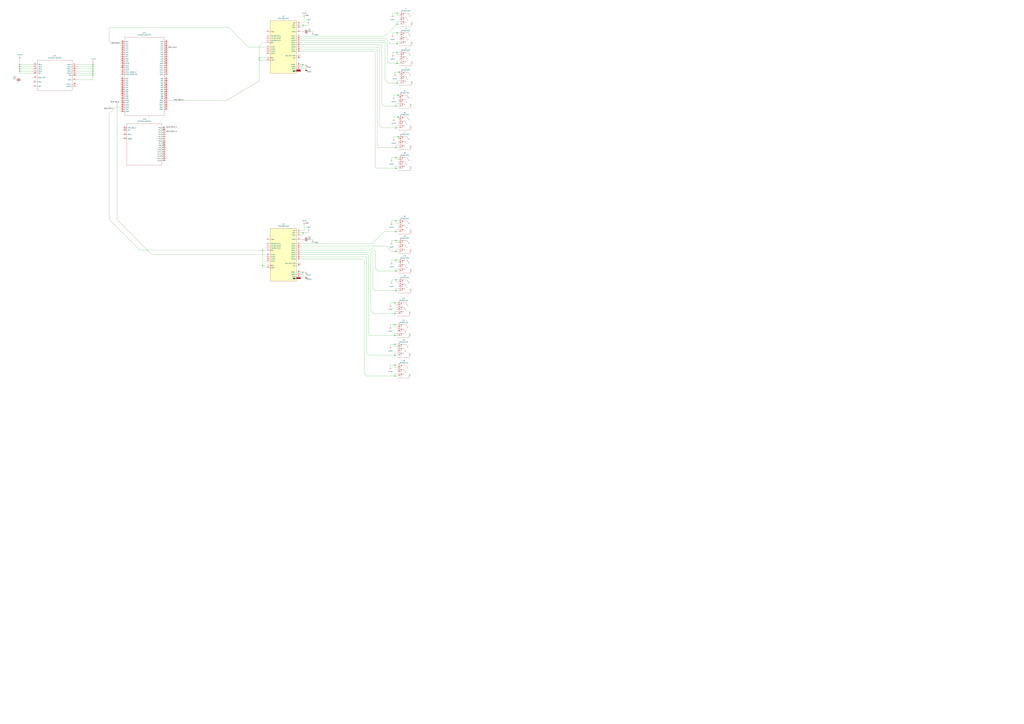
<source format=kicad_sch>
(kicad_sch (version 20250114) (generator "eeschema") (generator_version "9.0")
  (paper "A0")
  (title_block (title "SP") (rev "v1"))
  (lib_symbols
    (symbol "Device:C" (pin_numbers (hide yes)) (pin_names (offset 0.254))
      (property "Reference" "C" (at 0.635 2.54 0))
      (property "Value" "C" (at 0.635 -2.54 0))
      (symbol "C_1_1"
        (pin passive line (at 0 3.81 270) (length 2.794) (name "~") (number "1"))
        (pin passive line (at 0 -3.81 90) (length 2.794) (name "~") (number "2"))
      )
    )
    (symbol "NMJ6HCD2:NMJ6HCD2" (pin_names (offset 1.016))
      (property "Reference" "J" (at -7.6236 8.1319 0))
      (property "Value" "NMJ6HCD2" (at -7.6298 -10.1747 0))
      (symbol "NMJ6HCD2_0_0"
        (pin passive line (at 7.62 7.62 180) (length 5.08) (name "~") (number "S"))
        (pin passive line (at 7.62 5.08 180) (length 5.08) (name "~") (number "SN"))
        (pin passive line (at 7.62 2.54 180) (length 5.08) (name "~") (number "R"))
        (pin passive line (at 7.62 0 180) (length 5.08) (name "~") (number "RN"))
        (pin passive line (at 7.62 -2.54 180) (length 5.08) (name "~") (number "T"))
        (pin passive line (at 7.62 -5.08 180) (length 5.08) (name "~") (number "TN"))
      )
    )
    (symbol "PCM1681PWP:PCM1681PWP" (pin_names (offset 1.016))
      (property "Reference" "U" (at -15.24 33.02 0))
      (property "Value" "PCM1681PWP" (at -15.24 -35.56 0))
      (symbol "PCM1681PWP_0_0"
        (pin input line (at -20.32 17.78 0) (length 5.08) (name "MSEL") (number "14"))
        (pin input line (at -20.32 12.7 0) (length 5.08) (name "~{MS}/ADR/FMT1") (number "2"))
        (pin input line (at -20.32 10.16 0) (length 5.08) (name "MC/SCL/DEMP") (number "3"))
        (pin bidirectional line (at -20.32 7.62 0) (length 5.08) (name "MD/SDA/MUTE") (number "4"))
        (pin input clock (at -20.32 5.08 0) (length 5.08) (name "SCK") (number "5"))
        (pin input line (at -20.32 0 0) (length 5.08) (name "DATA1") (number "6"))
        (pin input line (at -20.32 -2.54 0) (length 5.08) (name "DATA2") (number "11"))
        (pin input line (at -20.32 -5.08 0) (length 5.08) (name "DATA3") (number "12"))
        (pin input line (at -20.32 -7.62 0) (length 5.08) (name "DATA4") (number "13"))
        (pin input clock (at -20.32 -12.7 0) (length 5.08) (name "BCK") (number "7"))
        (pin input clock (at -20.32 -15.24 0) (length 5.08) (name "LRCK") (number "8"))
        (pin power_in line (at 20.32 27.94 180) (length 5.08) (name "VDD") (number "9"))
        (pin power_in line (at 20.32 25.4 180) (length 5.08) (name "VCC1") (number "17"))
        (pin power_in line (at 20.32 22.86 180) (length 5.08) (name "VCC2") (number "23"))
        (pin output line (at 20.32 17.78 180) (length 5.08) (name "VCOM") (number "25"))
        (pin output line (at 20.32 12.7 180) (length 5.08) (name "VOUT1") (number "27"))
        (pin output line (at 20.32 10.16 180) (length 5.08) (name "VOUT2") (number "26"))
        (pin output line (at 20.32 7.62 180) (length 5.08) (name "VOUT3") (number "22"))
        (pin output line (at 20.32 5.08 180) (length 5.08) (name "VOUT4") (number "21"))
        (pin output line (at 20.32 2.54 180) (length 5.08) (name "VOUT5") (number "20"))
        (pin output line (at 20.32 0 180) (length 5.08) (name "VOUT6") (number "19"))
        (pin output line (at 20.32 -2.54 180) (length 5.08) (name "VOUT7") (number "16"))
        (pin output line (at 20.32 -5.08 180) (length 5.08) (name "VOUT8") (number "15"))
        (pin bidirectional line (at 20.32 -10.16 180) (length 5.08) (name "ZR1/ZR1/FMT0") (number "1"))
        (pin output line (at 20.32 -12.7 180) (length 5.08) (name "ZR2") (number "28"))
        (pin power_in line (at 20.32 -20.32 180) (length 5.08) (name "AGND1") (number "18"))
        (pin power_in line (at 20.32 -22.86 180) (length 5.08) (name "AGND2") (number "24"))
        (pin power_in line (at 20.32 -25.4 180) (length 5.08) (name "DGND") (number "10"))
        (pin power_in line (at 20.32 -27.94 180) (length 5.08) (name "EXP") (number "29"))
        (pin power_in line (at 20.32 -27.94 180) (length 5.08) (name "EXP") (number "29_1"))
        (pin power_in line (at 20.32 -27.94 180) (length 5.08) (name "EXP") (number "29_10"))
        (pin power_in line (at 20.32 -27.94 180) (length 5.08) (name "EXP") (number "29_11"))
        (pin power_in line (at 20.32 -27.94 180) (length 5.08) (name "EXP") (number "29_12"))
        (pin power_in line (at 20.32 -27.94 180) (length 5.08) (name "EXP") (number "29_13"))
        (pin power_in line (at 20.32 -27.94 180) (length 5.08) (name "EXP") (number "29_14"))
        (pin power_in line (at 20.32 -27.94 180) (length 5.08) (name "EXP") (number "29_15"))
        (pin power_in line (at 20.32 -27.94 180) (length 5.08) (name "EXP") (number "29_16"))
        (pin power_in line (at 20.32 -27.94 180) (length 5.08) (name "EXP") (number "29_17"))
        (pin power_in line (at 20.32 -27.94 180) (length 5.08) (name "EXP") (number "29_18"))
        (pin power_in line (at 20.32 -27.94 180) (length 5.08) (name "EXP") (number "29_19"))
        (pin power_in line (at 20.32 -27.94 180) (length 5.08) (name "EXP") (number "29_2"))
        (pin power_in line (at 20.32 -27.94 180) (length 5.08) (name "EXP") (number "29_20"))
        (pin power_in line (at 20.32 -27.94 180) (length 5.08) (name "EXP") (number "29_21"))
        (pin power_in line (at 20.32 -27.94 180) (length 5.08) (name "EXP") (number "29_3"))
        (pin power_in line (at 20.32 -27.94 180) (length 5.08) (name "EXP") (number "29_4"))
        (pin power_in line (at 20.32 -27.94 180) (length 5.08) (name "EXP") (number "29_5"))
        (pin power_in line (at 20.32 -27.94 180) (length 5.08) (name "EXP") (number "29_6"))
        (pin power_in line (at 20.32 -27.94 180) (length 5.08) (name "EXP") (number "29_7"))
        (pin power_in line (at 20.32 -27.94 180) (length 5.08) (name "EXP") (number "29_8"))
        (pin power_in line (at 20.32 -27.94 180) (length 5.08) (name "EXP") (number "29_9"))
      )
    )
    (symbol "STM32F446VET6:STM32F446VET6" (pin_names (offset 1.016))
      (property "Reference" "U" (at 25.7556 9.1186 0))
      (property "Value" "STM32F446VET6" (at 25.1206 6.5786 0))
      (symbol "STM32F446VET6_1_0"
        (pin bidirectional line (at 2.54 0 0) (length 5.08) (name "PA0") (number "23"))
        (pin bidirectional line (at 2.54 -2.54 0) (length 5.08) (name "PA1") (number "24"))
        (pin bidirectional line (at 2.54 -5.08 0) (length 5.08) (name "PA2") (number "25"))
        (pin bidirectional line (at 2.54 -7.62 0) (length 5.08) (name "PA3") (number "26"))
        (pin bidirectional line (at 2.54 -10.16 0) (length 5.08) (name "PA4") (number "29"))
        (pin bidirectional line (at 2.54 -12.7 0) (length 5.08) (name "PA5") (number "30"))
        (pin bidirectional line (at 2.54 -15.24 0) (length 5.08) (name "PA6") (number "31"))
        (pin bidirectional line (at 2.54 -17.78 0) (length 5.08) (name "PA7") (number "32"))
        (pin bidirectional line (at 2.54 -20.32 0) (length 5.08) (name "PA8") (number "67"))
        (pin bidirectional line (at 2.54 -22.86 0) (length 5.08) (name "PA9") (number "68"))
        (pin bidirectional line (at 2.54 -25.4 0) (length 5.08) (name "PA10") (number "69"))
        (pin bidirectional line (at 2.54 -27.94 0) (length 5.08) (name "PA11") (number "70"))
        (pin bidirectional line (at 2.54 -30.48 0) (length 5.08) (name "PA12") (number "71"))
        (pin bidirectional line (at 2.54 -33.02 0) (length 5.08) (name "PA13") (number "72"))
        (pin bidirectional line (at 2.54 -35.56 0) (length 5.08) (name "PA14") (number "76"))
        (pin bidirectional line (at 2.54 -38.1 0) (length 5.08) (name "PA15") (number "77"))
        (pin bidirectional line (at 2.54 -43.18 0) (length 5.08) (name "PB0") (number "35"))
        (pin bidirectional line (at 2.54 -45.72 0) (length 5.08) (name "PB1") (number "36"))
        (pin bidirectional line (at 2.54 -48.26 0) (length 5.08) (name "PB2") (number "37"))
        (pin bidirectional line (at 2.54 -50.8 0) (length 5.08) (name "PB3") (number "89"))
        (pin bidirectional line (at 2.54 -53.34 0) (length 5.08) (name "PB4") (number "90"))
        (pin bidirectional line (at 2.54 -55.88 0) (length 5.08) (name "PB5") (number "91"))
        (pin bidirectional line (at 2.54 -58.42 0) (length 5.08) (name "PB6") (number "92"))
        (pin bidirectional line (at 2.54 -60.96 0) (length 5.08) (name "PB7") (number "93"))
        (pin bidirectional line (at 2.54 -63.5 0) (length 5.08) (name "PB8") (number "95"))
        (pin bidirectional line (at 2.54 -66.04 0) (length 5.08) (name "PB9") (number "96"))
        (pin bidirectional line (at 2.54 -68.58 0) (length 5.08) (name "PB10") (number "47"))
        (pin bidirectional line (at 2.54 -71.12 0) (length 5.08) (name "PB12") (number "51"))
        (pin bidirectional line (at 2.54 -73.66 0) (length 5.08) (name "PB13") (number "52"))
        (pin bidirectional line (at 2.54 -76.2 0) (length 5.08) (name "PB14") (number "53"))
        (pin bidirectional line (at 2.54 -78.74 0) (length 5.08) (name "PB15") (number "54"))
        (pin bidirectional line (at 58.42 0 180) (length 5.08) (name "PC0") (number "15"))
        (pin bidirectional line (at 58.42 -2.54 180) (length 5.08) (name "PC1") (number "16"))
        (pin bidirectional line (at 58.42 -5.08 180) (length 5.08) (name "PC2") (number "17"))
        (pin bidirectional line (at 58.42 -7.62 180) (length 5.08) (name "PC3") (number "18"))
        (pin bidirectional line (at 58.42 -10.16 180) (length 5.08) (name "PC4") (number "33"))
        (pin bidirectional line (at 58.42 -12.7 180) (length 5.08) (name "PC5") (number "34"))
        (pin bidirectional line (at 58.42 -15.24 180) (length 5.08) (name "PC6") (number "63"))
        (pin bidirectional line (at 58.42 -17.78 180) (length 5.08) (name "PC7") (number "64"))
        (pin bidirectional line (at 58.42 -20.32 180) (length 5.08) (name "PC8") (number "65"))
        (pin bidirectional line (at 58.42 -22.86 180) (length 5.08) (name "PC9") (number "66"))
        (pin bidirectional line (at 58.42 -25.4 180) (length 5.08) (name "PC10") (number "78"))
        (pin bidirectional line (at 58.42 -27.94 180) (length 5.08) (name "PC11") (number "79"))
        (pin bidirectional line (at 58.42 -30.48 180) (length 5.08) (name "PC12") (number "80"))
        (pin bidirectional line (at 58.42 -33.02 180) (length 5.08) (name "PC13") (number "7"))
        (pin bidirectional line (at 58.42 -35.56 180) (length 5.08) (name "PC14-OSC32_IN") (number "8"))
        (pin bidirectional line (at 58.42 -38.1 180) (length 5.08) (name "PC15-OSC32_OUT") (number "9"))
        (pin bidirectional line (at 58.42 -43.18 180) (length 5.08) (name "PD0") (number "81"))
        (pin bidirectional line (at 58.42 -45.72 180) (length 5.08) (name "PD1") (number "82"))
        (pin bidirectional line (at 58.42 -48.26 180) (length 5.08) (name "PD2") (number "83"))
        (pin bidirectional line (at 58.42 -50.8 180) (length 5.08) (name "PD3") (number "84"))
        (pin bidirectional line (at 58.42 -53.34 180) (length 5.08) (name "PD4") (number "85"))
        (pin bidirectional line (at 58.42 -55.88 180) (length 5.08) (name "PD5") (number "86"))
        (pin bidirectional line (at 58.42 -58.42 180) (length 5.08) (name "PD6") (number "87"))
        (pin bidirectional line (at 58.42 -60.96 180) (length 5.08) (name "PD7") (number "88"))
        (pin bidirectional line (at 58.42 -63.5 180) (length 5.08) (name "PD8") (number "55"))
        (pin bidirectional line (at 58.42 -66.04 180) (length 5.08) (name "PD9") (number "56"))
        (pin bidirectional line (at 58.42 -68.58 180) (length 5.08) (name "PD10") (number "57"))
        (pin bidirectional line (at 58.42 -71.12 180) (length 5.08) (name "PD11") (number "58"))
        (pin bidirectional line (at 58.42 -73.66 180) (length 5.08) (name "PD12") (number "59"))
        (pin bidirectional line (at 58.42 -76.2 180) (length 5.08) (name "PD13") (number "60"))
        (pin bidirectional line (at 58.42 -78.74 180) (length 5.08) (name "PD14") (number "61"))
        (pin bidirectional line (at 58.42 -81.28 180) (length 5.08) (name "PD15") (number "62"))
      )
      (symbol "STM32F446VET6_2_0"
        (pin bidirectional line (at 2.54 0 0) (length 5.08) (name "PE0") (number "97"))
        (pin bidirectional line (at 2.54 -2.54 0) (length 5.08) (name "PE1") (number "98"))
        (pin bidirectional line (at 2.54 -5.08 0) (length 5.08) (name "PE2") (number "1"))
        (pin bidirectional line (at 2.54 -7.62 0) (length 5.08) (name "PE3") (number "2"))
        (pin bidirectional line (at 2.54 -10.16 0) (length 5.08) (name "PE4") (number "3"))
        (pin bidirectional line (at 2.54 -12.7 0) (length 5.08) (name "PE5") (number "4"))
        (pin bidirectional line (at 2.54 -15.24 0) (length 5.08) (name "PE6") (number "5"))
        (pin bidirectional line (at 2.54 -17.78 0) (length 5.08) (name "PE7") (number "38"))
        (pin bidirectional line (at 2.54 -20.32 0) (length 5.08) (name "PE8") (number "39"))
        (pin bidirectional line (at 2.54 -22.86 0) (length 5.08) (name "PE9") (number "40"))
        (pin bidirectional line (at 2.54 -25.4 0) (length 5.08) (name "PE10") (number "41"))
        (pin bidirectional line (at 2.54 -27.94 0) (length 5.08) (name "PE11") (number "42"))
        (pin bidirectional line (at 2.54 -30.48 0) (length 5.08) (name "PE12") (number "43"))
        (pin bidirectional line (at 2.54 -33.02 0) (length 5.08) (name "PE13") (number "44"))
        (pin bidirectional line (at 2.54 -35.56 0) (length 5.08) (name "PE14") (number "45"))
        (pin bidirectional line (at 2.54 -38.1 0) (length 5.08) (name "PE15") (number "46"))
        (pin bidirectional line (at 53.34 0 180) (length 5.08) (name "PH0-OSC_IN") (number "12"))
        (pin bidirectional line (at 53.34 -2.54 180) (length 5.08) (name "PH1") (number "13"))
        (pin bidirectional line (at 53.34 -7.62 180) (length 5.08) (name "NRST") (number "14"))
        (pin input line (at 53.34 -12.7 180) (length 5.08) (name "BOOT0") (number "94"))
      )
      (symbol "STM32F446VET6_3_0"
        (pin power_in line (at 2.54 0 0) (length 5.08) (name "VSS_2") (number "10"))
        (pin power_in line (at 2.54 -2.54 0) (length 5.08) (name "VSS_3") (number "27"))
        (pin power_in line (at 2.54 -5.08 0) (length 5.08) (name "VSS_4") (number "49"))
        (pin power_in line (at 2.54 -7.62 0) (length 5.08) (name "VSS_5") (number "74"))
        (pin power_in line (at 2.54 -10.16 0) (length 5.08) (name "VSS") (number "99"))
        (pin power_in line (at 2.54 -15.24 0) (length 5.08) (name "VSSA/VREF-") (number "20"))
        (pin power_in line (at 2.54 -20.32 0) (length 5.08) (name "VREF+") (number "21"))
        (pin power_in line (at 2.54 -25.4 0) (length 5.08) (name "VBAT") (number "6"))
        (pin power_in line (at 53.34 0 180) (length 5.08) (name "VDD_2") (number "11"))
        (pin power_in line (at 53.34 -2.54 180) (length 5.08) (name "VDD_3") (number "19"))
        (pin power_in line (at 53.34 -5.08 180) (length 5.08) (name "VDD_4") (number "28"))
        (pin power_in line (at 53.34 -7.62 180) (length 5.08) (name "VDD_5") (number "50"))
        (pin power_in line (at 53.34 -10.16 180) (length 5.08) (name "VDD_6") (number "75"))
        (pin power_in line (at 53.34 -12.7 180) (length 5.08) (name "VDD") (number "100"))
        (pin power_in line (at 53.34 -17.78 180) (length 5.08) (name "VDDA") (number "22"))
        (pin power_in line (at 53.34 -22.86 180) (length 5.08) (name "VCAP_1") (number "48"))
        (pin power_in line (at 53.34 -25.4 180) (length 5.08) (name "VCAP_2") (number "73"))
      )
    )
    (symbol "power:+3.3V" (power) (pin_numbers (hide yes)) (pin_names (offset 0) (hide yes))
      (property "Value" "+3.3V" (at 0 3.556 0))
      (symbol "+3.3V_1_1"
        (pin power_in line (at 0 0 90) (length 0) (name "~") (number "1"))
      )
    )
    (symbol "power:+3.3VA" (power) (pin_numbers (hide yes)) (pin_names (offset 0) (hide yes))
      (property "Value" "+3.3VA" (at 0 3.556 0))
      (symbol "+3.3VA_1_1"
        (pin power_in line (at 0 0 90) (length 0) (name "~") (number "1"))
      )
    )
    (symbol "power:+5VA" (power) (pin_numbers (hide yes)) (pin_names (offset 0) (hide yes))
      (property "Value" "+5VA" (at 0 3.556 0))
      (symbol "+5VA_1_1"
        (pin power_in line (at 0 0 90) (length 0) (name "~") (number "1"))
      )
    )
    (symbol "power:Earth" (power) (pin_numbers (hide yes)) (pin_names (offset 0) (hide yes))
      (property "Value" "Earth" (at 0 -3.81 0))
      (symbol "Earth_1_1"
        (pin power_in line (at 0 0 270) (length 0) (name "~") (number "1"))
      )
    )
    (symbol "power:GNDA" (power) (pin_numbers (hide yes)) (pin_names (offset 0) (hide yes))
      (property "Value" "GNDA" (at 0 -3.81 0))
      (symbol "GNDA_1_1"
        (pin power_in line (at 0 0 270) (length 0) (name "~") (number "1"))
      )
    )
    (symbol "power:GNDD" (power) (pin_numbers (hide yes)) (pin_names (offset 0) (hide yes))
      (property "Value" "GNDD" (at 0 -3.175 0))
      (symbol "GNDD_1_1"
        (pin power_in line (at 0 0 270) (length 0) (name "~") (number "1"))
      )
    )
  )
  (junction (at 22.86 82.55))
  (junction (at 300.99 69.85))
  (junction (at 458.47 364.49))
  (junction (at 107.95 85.09))
  (junction (at 459.74 302.26))
  (junction (at 461.01 15.24))
  (junction (at 462.28 158.75))
  (junction (at 351.79 270.51))
  (junction (at 459.74 182.88))
  (junction (at 458.47 424.18))
  (junction (at 462.28 135.89))
  (junction (at 461.01 38.1))
  (junction (at 459.74 325.12))
  (junction (at 459.74 314.96))
  (junction (at 459.74 279.4))
  (junction (at 461.01 50.8))
  (junction (at 107.95 82.55))
  (junction (at 351.79 29.21))
  (junction (at 458.47 351.79))
  (junction (at 458.47 412.75))
  (junction (at 461.01 73.66))
  (junction (at 300.99 67.31))
  (junction (at 304.8 290.83))
  (junction (at 459.74 337.82))
  (junction (at 459.74 195.58))
  (junction (at 461.01 60.96))
  (junction (at 107.95 80.01))
  (junction (at 459.74 171.45))
  (junction (at 304.8 308.61))
  (junction (at 458.47 436.88))
  (junction (at 107.95 77.47))
  (junction (at 458.47 389.89))
  (junction (at 459.74 292.1))
  (junction (at 459.74 148.59))
  (junction (at 22.86 74.93))
  (junction (at 462.28 110.49))
  (junction (at 107.95 74.93))
  (junction (at 458.47 400.05))
  (junction (at 463.55 83.82))
  (junction (at 107.95 87.63))
  (junction (at 22.86 77.47))
  (junction (at 461.01 96.52))
  (junction (at 458.47 377.19))
  (junction (at 22.86 80.01))
  (junction (at 459.74 123.19))
  (junction (at 351.79 316.23))
  (junction (at 459.74 269.24))
  (junction (at 459.74 256.54))
  (junction (at 461.01 27.94))
  (junction (at 351.79 74.93))
  (wire (pts (xy 425.45 410.21) (xy 427.99 412.75)))
  (wire (pts (xy 459.74 256.54) (xy 462.28 256.54)))
  (wire (pts (xy 454.66 302.26) (xy 454.66 304.8)))
  (wire (pts (xy 453.39 50.8) (xy 461.01 50.8)))
  (wire (pts (xy 135.89 120.65) (xy 135.89 255.27)))
  (wire (pts (xy 135.89 255.27) (xy 176.53 295.91)))
  (wire (pts (xy 459.74 168.91) (xy 462.28 168.91)))
  (wire (pts (xy 455.93 15.24) (xy 461.01 15.24)))
  (wire (pts (xy 439.42 314.96) (xy 459.74 314.96)))
  (wire (pts (xy 162.56 290.83) (xy 304.8 290.83)))
  (wire (pts (xy 458.47 434.34) (xy 461.01 434.34)))
  (wire (pts (xy 445.77 49.53) (xy 447.04 50.8)))
  (wire (pts (xy 459.74 335.28) (xy 462.28 335.28)))
  (wire (pts (xy 427.99 297.18) (xy 427.99 388.62)))
  (wire (pts (xy 127 33.02) (xy 127 48.26)))
  (wire (pts (xy 454.66 279.4) (xy 454.66 281.94)))
  (wire (pts (xy 461.01 73.66) (xy 463.55 73.66)))
  (wire (pts (xy 457.2 158.75) (xy 462.28 158.75)))
  (wire (pts (xy 458.47 83.82) (xy 458.47 86.36)))
  (wire (pts (xy 461.01 93.98) (xy 461.01 96.52)))
  (wire (pts (xy 434.34 364.49) (xy 458.47 364.49)))
  (wire (pts (xy 349.25 316.23) (xy 351.79 316.23)))
  (wire (pts (xy 88.9 85.09) (xy 107.95 85.09)))
  (wire (pts (xy 349.25 49.53) (xy 445.77 49.53)))
  (wire (pts (xy 127 255.27) (xy 127 132.08)))
  (wire (pts (xy 458.47 424.18) (xy 458.47 426.72)))
  (wire (pts (xy 459.74 120.65) (xy 462.28 120.65)))
  (wire (pts (xy 422.91 434.34) (xy 425.45 436.88)))
  (wire (pts (xy 461.01 27.94) (xy 463.55 27.94)))
  (wire (pts (xy 439.42 171.45) (xy 459.74 171.45)))
  (wire (pts (xy 461.01 60.96) (xy 463.55 60.96)))
  (wire (pts (xy 459.74 146.05) (xy 462.28 146.05)))
  (wire (pts (xy 22.86 77.47) (xy 38.1 77.47)))
  (wire (pts (xy 176.53 295.91) (xy 308.61 295.91)))
  (wire (pts (xy 433.07 293.37) (xy 433.07 335.28)))
  (wire (pts (xy 22.86 82.55) (xy 22.86 85.09)))
  (wire (pts (xy 440.69 146.05) (xy 443.23 148.59)))
  (wire (pts (xy 458.47 400.05) (xy 458.47 402.59)))
  (wire (pts (xy 458.47 410.21) (xy 461.01 410.21)))
  (wire (pts (xy 436.88 195.58) (xy 459.74 195.58)))
  (wire (pts (xy 459.74 256.54) (xy 459.74 259.08)))
  (wire (pts (xy 429.26 389.89) (xy 458.47 389.89)))
  (wire (pts (xy 349.25 26.67) (xy 353.06 26.67)))
  (wire (pts (xy 349.25 36.83) (xy 351.79 36.83)))
  (wire (pts (xy 107.95 80.01) (xy 107.95 82.55)))
  (wire (pts (xy 454.66 302.26) (xy 459.74 302.26)))
  (wire (pts (xy 458.47 377.19) (xy 461.01 377.19)))
  (wire (pts (xy 461.01 71.12) (xy 463.55 71.12)))
  (wire (pts (xy 349.25 52.07) (xy 441.96 52.07)))
  (wire (pts (xy 454.66 256.54) (xy 459.74 256.54)))
  (wire (pts (xy 22.86 82.55) (xy 38.1 82.55)))
  (wire (pts (xy 262.89 116.84) (xy 300.99 93.98)))
  (wire (pts (xy 459.74 335.28) (xy 459.74 337.82)))
  (wire (pts (xy 453.39 424.18) (xy 453.39 426.72)))
  (wire (pts (xy 447.04 50.8) (xy 447.04 92.71)))
  (wire (pts (xy 88.9 82.55) (xy 107.95 82.55)))
  (wire (pts (xy 433.07 335.28) (xy 435.61 337.82)))
  (wire (pts (xy 22.86 74.93) (xy 38.1 74.93)))
  (wire (pts (xy 438.15 58.42) (xy 438.15 170.18)))
  (wire (pts (xy 458.47 389.89) (xy 461.01 389.89)))
  (wire (pts (xy 358.14 27.94) (xy 358.14 29.21)))
  (wire (pts (xy 458.47 387.35) (xy 461.01 387.35)))
  (wire (pts (xy 455.93 38.1) (xy 461.01 38.1)))
  (wire (pts (xy 127 33.02) (xy 128.27 31.75)))
  (wire (pts (xy 458.47 83.82) (xy 463.55 83.82)))
  (wire (pts (xy 349.25 285.75) (xy 448.31 285.75)))
  (wire (pts (xy 430.53 360.68) (xy 434.34 364.49)))
  (wire (pts (xy 425.45 436.88) (xy 458.47 436.88)))
  (wire (pts (xy 453.39 351.79) (xy 453.39 354.33)))
  (wire (pts (xy 459.74 302.26) (xy 459.74 304.8)))
  (wire (pts (xy 22.86 74.93) (xy 22.86 77.47)))
  (wire (pts (xy 349.25 77.47) (xy 351.79 77.47)))
  (wire (pts (xy 447.04 44.45) (xy 453.39 50.8)))
  (wire (pts (xy 430.53 294.64) (xy 430.53 360.68)))
  (wire (pts (xy 304.8 290.83) (xy 304.8 308.61)))
  (wire (pts (xy 88.9 74.93) (xy 107.95 74.93)))
  (wire (pts (xy 454.66 182.88) (xy 454.66 185.42)))
  (wire (pts (xy 459.74 325.12) (xy 462.28 325.12)))
  (wire (pts (xy 458.47 361.95) (xy 458.47 364.49)))
  (wire (pts (xy 454.66 292.1) (xy 459.74 292.1)))
  (wire (pts (xy 459.74 304.8) (xy 462.28 304.8)))
  (wire (pts (xy 304.8 49.53) (xy 308.61 49.53)))
  (wire (pts (xy 22.86 77.47) (xy 22.86 80.01)))
  (wire (pts (xy 435.61 292.1) (xy 435.61 311.15)))
  (wire (pts (xy 453.39 351.79) (xy 458.47 351.79)))
  (wire (pts (xy 430.53 290.83) (xy 433.07 293.37)))
  (wire (pts (xy 443.23 148.59) (xy 459.74 148.59)))
  (wire (pts (xy 459.74 292.1) (xy 462.28 292.1)))
  (wire (pts (xy 461.01 40.64) (xy 463.55 40.64)))
  (wire (pts (xy 449.58 50.8) (xy 449.58 71.12)))
  (wire (pts (xy 461.01 15.24) (xy 461.01 17.78)))
  (wire (pts (xy 107.95 85.09) (xy 107.95 87.63)))
  (wire (pts (xy 458.47 424.18) (xy 461.01 424.18)))
  (wire (pts (xy 458.47 426.72) (xy 461.01 426.72)))
  (wire (pts (xy 454.66 182.88) (xy 459.74 182.88)))
  (wire (pts (xy 459.74 269.24) (xy 462.28 269.24)))
  (wire (pts (xy 139.7 50.8) (xy 129.54 50.8)))
  (wire (pts (xy 363.22 36.83) (xy 363.22 38.1)))
  (wire (pts (xy 453.39 377.19) (xy 453.39 379.73)))
  (wire (pts (xy 424.18 298.45) (xy 425.45 299.72)))
  (wire (pts (xy 349.25 278.13) (xy 351.79 278.13)))
  (wire (pts (xy 349.25 46.99) (xy 445.77 46.99)))
  (wire (pts (xy 351.79 316.23) (xy 351.79 318.77)))
  (wire (pts (xy 434.34 59.69) (xy 435.61 60.96)))
  (wire (pts (xy 304.8 290.83) (xy 308.61 290.83)))
  (wire (pts (xy 195.58 116.84) (xy 262.89 116.84)))
  (wire (pts (xy 461.01 15.24) (xy 463.55 15.24)))
  (wire (pts (xy 304.8 308.61) (xy 304.8 311.15)))
  (wire (pts (xy 462.28 158.75) (xy 462.28 161.29)))
  (wire (pts (xy 457.2 110.49) (xy 457.2 113.03)))
  (wire (pts (xy 459.74 182.88) (xy 459.74 185.42)))
  (wire (pts (xy 288.29 54.61) (xy 308.61 54.61)))
  (wire (pts (xy 440.69 55.88) (xy 440.69 146.05)))
  (wire (pts (xy 454.66 325.12) (xy 459.74 325.12)))
  (wire (pts (xy 349.25 80.01) (xy 355.6 80.01)))
  (wire (pts (xy 349.25 298.45) (xy 424.18 298.45)))
  (wire (pts (xy 304.8 311.15) (xy 308.61 311.15)))
  (wire (pts (xy 458.47 400.05) (xy 461.01 400.05)))
  (wire (pts (xy 349.25 54.61) (xy 439.42 54.61)))
  (wire (pts (xy 129.54 50.8) (xy 127 48.26)))
  (wire (pts (xy 359.41 36.83) (xy 363.22 36.83)))
  (wire (pts (xy 459.74 279.4) (xy 459.74 281.94)))
  (wire (pts (xy 107.95 87.63) (xy 107.95 92.71)))
  (wire (pts (xy 300.99 67.31) (xy 308.61 67.31)))
  (wire (pts (xy 459.74 312.42) (xy 462.28 312.42)))
  (wire (pts (xy 458.47 354.33) (xy 461.01 354.33)))
  (wire (pts (xy 445.77 46.99) (xy 449.58 50.8)))
  (wire (pts (xy 459.74 281.94) (xy 462.28 281.94)))
  (wire (pts (xy 107.95 82.55) (xy 107.95 85.09)))
  (wire (pts (xy 461.01 93.98) (xy 463.55 93.98)))
  (wire (pts (xy 349.25 300.99) (xy 421.64 300.99)))
  (wire (pts (xy 349.25 59.69) (xy 434.34 59.69)))
  (wire (pts (xy 421.64 300.99) (xy 422.91 302.26)))
  (wire (pts (xy 88.9 77.47) (xy 107.95 77.47)))
  (wire (pts (xy 463.55 83.82) (xy 463.55 86.36)))
  (wire (pts (xy 134.62 124.46) (xy 139.7 124.46)))
  (wire (pts (xy 427.99 412.75) (xy 458.47 412.75)))
  (wire (pts (xy 353.06 20.32) (xy 353.06 26.67)))
  (wire (pts (xy 435.61 194.31) (xy 436.88 195.58)))
  (wire (pts (xy 351.79 270.51) (xy 358.14 270.51)))
  (wire (pts (xy 459.74 259.08) (xy 462.28 259.08)))
  (wire (pts (xy 457.2 135.89) (xy 457.2 138.43)))
  (wire (pts (xy 453.39 400.05) (xy 458.47 400.05)))
  (wire (pts (xy 349.25 293.37) (xy 429.26 293.37)))
  (wire (pts (xy 429.26 293.37) (xy 430.53 294.64)))
  (wire (pts (xy 351.79 270.51) (xy 351.79 273.05)))
  (wire (pts (xy 431.8 283.21) (xy 445.77 269.24)))
  (wire (pts (xy 458.47 410.21) (xy 458.47 412.75)))
  (wire (pts (xy 459.74 312.42) (xy 459.74 314.96)))
  (wire (pts (xy 447.04 41.91) (xy 461.01 27.94)))
  (wire (pts (xy 300.99 67.31) (xy 300.99 53.34)))
  (wire (pts (xy 452.12 73.66) (xy 461.01 73.66)))
  (wire (pts (xy 458.47 364.49) (xy 461.01 364.49)))
  (wire (pts (xy 351.79 316.23) (xy 355.6 316.23)))
  (wire (pts (xy 88.9 92.71) (xy 107.95 92.71)))
  (wire (pts (xy 461.01 96.52) (xy 463.55 96.52)))
  (wire (pts (xy 459.74 146.05) (xy 459.74 148.59)))
  (wire (pts (xy 351.79 74.93) (xy 351.79 77.47)))
  (wire (pts (xy 88.9 87.63) (xy 107.95 87.63)))
  (wire (pts (xy 137.16 119.38) (xy 135.89 120.65)))
  (wire (pts (xy 462.28 135.89) (xy 462.28 138.43)))
  (wire (pts (xy 459.74 302.26) (xy 462.28 302.26)))
  (wire (pts (xy 349.25 29.21) (xy 351.79 29.21)))
  (wire (pts (xy 300.99 53.34) (xy 304.8 49.53)))
  (wire (pts (xy 448.31 285.75) (xy 454.66 292.1)))
  (wire (pts (xy 447.04 92.71) (xy 450.85 96.52)))
  (wire (pts (xy 441.96 52.07) (xy 443.23 53.34)))
  (wire (pts (xy 459.74 193.04) (xy 459.74 195.58)))
  (wire (pts (xy 459.74 314.96) (xy 462.28 314.96)))
  (wire (pts (xy 438.15 170.18) (xy 439.42 171.45)))
  (wire (pts (xy 349.25 41.91) (xy 447.04 41.91)))
  (wire (pts (xy 461.01 25.4) (xy 463.55 25.4)))
  (wire (pts (xy 349.25 31.75) (xy 351.79 31.75)))
  (wire (pts (xy 458.47 351.79) (xy 461.01 351.79)))
  (wire (pts (xy 459.74 195.58) (xy 462.28 195.58)))
  (wire (pts (xy 349.25 321.31) (xy 355.6 321.31)))
  (wire (pts (xy 459.74 120.65) (xy 459.74 123.19)))
  (wire (pts (xy 349.25 295.91) (xy 426.72 295.91)))
  (wire (pts (xy 351.79 29.21) (xy 351.79 31.75)))
  (wire (pts (xy 461.01 71.12) (xy 461.01 73.66)))
  (wire (pts (xy 22.86 68.58) (xy 22.86 74.93)))
  (wire (pts (xy 459.74 289.56) (xy 462.28 289.56)))
  (wire (pts (xy 22.86 85.09) (xy 38.1 85.09)))
  (wire (pts (xy 435.61 337.82) (xy 459.74 337.82)))
  (wire (pts (xy 458.47 379.73) (xy 461.01 379.73)))
  (wire (pts (xy 88.9 80.01) (xy 107.95 80.01)))
  (wire (pts (xy 443.23 120.65) (xy 445.77 123.19)))
  (wire (pts (xy 427.99 388.62) (xy 429.26 389.89)))
  (wire (pts (xy 431.8 288.29) (xy 435.61 292.1)))
  (wire (pts (xy 349.25 270.51) (xy 351.79 270.51)))
  (wire (pts (xy 458.47 377.19) (xy 458.47 379.73)))
  (wire (pts (xy 351.79 29.21) (xy 358.14 29.21)))
  (wire (pts (xy 436.88 57.15) (xy 438.15 58.42)))
  (wire (pts (xy 461.01 63.5) (xy 463.55 63.5)))
  (wire (pts (xy 300.99 69.85) (xy 300.99 67.31)))
  (wire (pts (xy 457.2 110.49) (xy 462.28 110.49)))
  (wire (pts (xy 349.25 283.21) (xy 431.8 283.21)))
  (wire (pts (xy 351.79 74.93) (xy 355.6 74.93)))
  (wire (pts (xy 459.74 266.7) (xy 459.74 269.24)))
  (wire (pts (xy 459.74 266.7) (xy 462.28 266.7)))
  (wire (pts (xy 435.61 60.96) (xy 435.61 194.31)))
  (wire (pts (xy 457.2 158.75) (xy 457.2 161.29)))
  (wire (pts (xy 349.25 74.93) (xy 351.79 74.93)))
  (wire (pts (xy 458.47 434.34) (xy 458.47 436.88)))
  (wire (pts (xy 265.43 31.75) (xy 288.29 54.61)))
  (wire (pts (xy 445.77 269.24) (xy 459.74 269.24)))
  (wire (pts (xy 162.56 290.83) (xy 127 255.27)))
  (wire (pts (xy 459.74 279.4) (xy 462.28 279.4)))
  (wire (pts (xy 461.01 50.8) (xy 463.55 50.8)))
  (wire (pts (xy 458.47 436.88) (xy 461.01 436.88)))
  (wire (pts (xy 454.66 256.54) (xy 454.66 259.08)))
  (wire (pts (xy 455.93 15.24) (xy 455.93 17.78)))
  (wire (pts (xy 461.01 25.4) (xy 461.01 27.94)))
  (wire (pts (xy 454.66 279.4) (xy 459.74 279.4)))
  (wire (pts (xy 459.74 168.91) (xy 459.74 171.45)))
  (wire (pts (xy 435.61 311.15) (xy 439.42 314.96)))
  (wire (pts (xy 453.39 400.05) (xy 453.39 402.59)))
  (wire (pts (xy 453.39 424.18) (xy 458.47 424.18)))
  (wire (pts (xy 107.95 77.47) (xy 107.95 80.01)))
  (wire (pts (xy 459.74 327.66) (xy 462.28 327.66)))
  (wire (pts (xy 349.25 267.97) (xy 353.06 267.97)))
  (wire (pts (xy 439.42 54.61) (xy 440.69 55.88)))
  (wire (pts (xy 443.23 53.34) (xy 443.23 120.65)))
  (wire (pts (xy 459.74 171.45) (xy 462.28 171.45)))
  (wire (pts (xy 461.01 60.96) (xy 461.01 63.5)))
  (wire (pts (xy 300.99 93.98) (xy 300.99 69.85)))
  (wire (pts (xy 349.25 290.83) (xy 430.53 290.83)))
  (wire (pts (xy 461.01 48.26) (xy 463.55 48.26)))
  (wire (pts (xy 459.74 185.42) (xy 462.28 185.42)))
  (wire (pts (xy 22.86 80.01) (xy 38.1 80.01)))
  (wire (pts (xy 458.47 361.95) (xy 461.01 361.95)))
  (wire (pts (xy 454.66 325.12) (xy 454.66 327.66)))
  (wire (pts (xy 426.72 295.91) (xy 427.99 297.18)))
  (wire (pts (xy 455.93 60.96) (xy 455.93 63.5)))
  (wire (pts (xy 353.06 261.62) (xy 353.06 267.97)))
  (wire (pts (xy 453.39 377.19) (xy 458.47 377.19)))
  (wire (pts (xy 128.27 31.75) (xy 265.43 31.75)))
  (wire (pts (xy 127 132.08) (xy 134.62 124.46)))
  (wire (pts (xy 107.95 73.66) (xy 107.95 74.93)))
  (wire (pts (xy 458.47 402.59) (xy 461.01 402.59)))
  (wire (pts (xy 358.14 269.24) (xy 358.14 270.51)))
  (wire (pts (xy 349.25 288.29) (xy 431.8 288.29)))
  (wire (pts (xy 458.47 412.75) (xy 461.01 412.75)))
  (wire (pts (xy 425.45 299.72) (xy 425.45 410.21)))
  (wire (pts (xy 107.95 74.93) (xy 107.95 77.47)))
  (wire (pts (xy 459.74 148.59) (xy 462.28 148.59)))
  (wire (pts (xy 349.25 318.77) (xy 351.79 318.77)))
  (wire (pts (xy 459.74 289.56) (xy 459.74 292.1)))
  (wire (pts (xy 461.01 17.78) (xy 463.55 17.78)))
  (wire (pts (xy 459.74 193.04) (xy 462.28 193.04)))
  (wire (pts (xy 459.74 337.82) (xy 462.28 337.82)))
  (wire (pts (xy 461.01 38.1) (xy 461.01 40.64)))
  (wire (pts (xy 459.74 123.19) (xy 462.28 123.19)))
  (wire (pts (xy 455.93 60.96) (xy 461.01 60.96)))
  (wire (pts (xy 22.86 80.01) (xy 22.86 82.55)))
  (wire (pts (xy 461.01 48.26) (xy 461.01 50.8)))
  (wire (pts (xy 461.01 38.1) (xy 463.55 38.1)))
  (wire (pts (xy 458.47 351.79) (xy 458.47 354.33)))
  (wire (pts (xy 445.77 123.19) (xy 459.74 123.19)))
  (wire (pts (xy 462.28 110.49) (xy 462.28 113.03)))
  (wire (pts (xy 304.8 308.61) (xy 308.61 308.61)))
  (wire (pts (xy 422.91 302.26) (xy 422.91 434.34)))
  (wire (pts (xy 349.25 44.45) (xy 447.04 44.45)))
  (wire (pts (xy 450.85 96.52) (xy 461.01 96.52)))
  (wire (pts (xy 349.25 273.05) (xy 351.79 273.05)))
  (wire (pts (xy 363.22 278.13) (xy 363.22 279.4)))
  (wire (pts (xy 455.93 38.1) (xy 455.93 40.64)))
  (wire (pts (xy 458.47 387.35) (xy 458.47 389.89)))
  (wire (pts (xy 349.25 57.15) (xy 436.88 57.15)))
  (wire (pts (xy 459.74 325.12) (xy 459.74 327.66)))
  (wire (pts (xy 457.2 135.89) (xy 462.28 135.89)))
  (wire (pts (xy 459.74 182.88) (xy 462.28 182.88)))
  (wire (pts (xy 449.58 71.12) (xy 452.12 73.66)))
  (wire (pts (xy 359.41 278.13) (xy 363.22 278.13)))
  (wire (pts (xy 300.99 69.85) (xy 308.61 69.85)))
  (wire (pts (xy 139.7 119.38) (xy 137.16 119.38)))
  (label "SAI2_SD_A" (at 128.27 119.38 0))
  (label "SAI1_FS_A" (at 195.58 55.88 0))
  (label "SAI2_MCLK_A" (at 193.04 148.59 0))
  (label "VDD" (at 354.33 260.35 0))
  (label "SAI1_SD_A" (at 129.54 50.8 0))
  (label "SAI2_SCK_A" (at 120.65 127 0))
  (label "SAI1_MCLK_A" (at 193.04 153.67 0))
  (label "VDD" (at 354.33 19.05 0))
  (label "SAI1_SCK_A" (at 201.93 116.84 0))
  (symbol (lib_id "NMJ6HCD2:NMJ6HCD2") (at 471.17 68.58 0) (mirror y) (unit 1)
    (property "Reference" "J3" (at 471.17 55.88 0))
    (property "Value" "NMJ6HCD2" (at 471.17 58.42 0))
    (property "Footprint" "NMJ6HCD2:NEUTRIK_NMJ6HCD2" (effects (hide yes)))
    (property "MF" "Neutrik" (effects (hide yes)))
    (property "MAXIMUM_PACKAGE_HEIGHT" "15.67 mm" (effects (hide yes)))
    (property "Package" "None" (effects (hide yes)))
    (property "Price" "None" (effects (hide yes)))
    (property "Check_prices" "https://www.snapeda.com/parts/NMJ6HCD2/Neutrik/view-part/?ref=eda" (effects (hide yes)))
    (property "STANDARD" "Manufacturer Recommendations" (effects (hide yes)))
    (property "PARTREV" "26.02.2021" (effects (hide yes)))
    (property "SnapEDA_Link" "https://www.snapeda.com/parts/NMJ6HCD2/Neutrik/view-part/?ref=snap" (effects (hide yes)))
    (property "MP" "NMJ6HCD2" (effects (hide yes)))
    (property "Description_1" "1/4 stereo jack, switched, with chrome ferrule and straight PCB pins, mounting nut included" (effects (hide yes)))
    (property "MANUFACTURER" "Neutrik" (effects (hide yes)))
    (property "Availability" "In Stock" (effects (hide yes)))
    (property "SNAPEDA_PN" "NMJ6HCD2" (effects (hide yes)))
  )
  (symbol (lib_id "power:+5VA") (at 358.14 27.94 0) (unit 1)
    (property "Reference" "#PWR020" (effects (hide yes)))
    (property "Value" "+5VA" (at 358.14 22.86 0))
    (property "Description" "Power symbol creates a global label with name \"+5VA\"" (effects (hide yes)))
  )
  (symbol (lib_id "NMJ6HCD2:NMJ6HCD2") (at 469.9 166.37 0) (mirror y) (unit 1)
    (property "Reference" "J7" (at 469.9 153.67 0))
    (property "Value" "NMJ6HCD2" (at 469.9 156.21 0))
    (property "Footprint" "NMJ6HCD2:NEUTRIK_NMJ6HCD2" (effects (hide yes)))
    (property "MF" "Neutrik" (effects (hide yes)))
    (property "MAXIMUM_PACKAGE_HEIGHT" "15.67 mm" (effects (hide yes)))
    (property "Package" "None" (effects (hide yes)))
    (property "Price" "None" (effects (hide yes)))
    (property "Check_prices" "https://www.snapeda.com/parts/NMJ6HCD2/Neutrik/view-part/?ref=eda" (effects (hide yes)))
    (property "STANDARD" "Manufacturer Recommendations" (effects (hide yes)))
    (property "PARTREV" "26.02.2021" (effects (hide yes)))
    (property "SnapEDA_Link" "https://www.snapeda.com/parts/NMJ6HCD2/Neutrik/view-part/?ref=snap" (effects (hide yes)))
    (property "MP" "NMJ6HCD2" (effects (hide yes)))
    (property "Description_1" "1/4 stereo jack, switched, with chrome ferrule and straight PCB pins, mounting nut included" (effects (hide yes)))
    (property "MANUFACTURER" "Neutrik" (effects (hide yes)))
    (property "Availability" "In Stock" (effects (hide yes)))
    (property "SNAPEDA_PN" "NMJ6HCD2" (effects (hide yes)))
  )
  (symbol (lib_id "power:Earth") (at 458.47 86.36 0) (unit 1)
    (property "Reference" "#PWR05" (effects (hide yes)))
    (property "Value" "Earth" (at 458.47 91.44 0))
    (property "Description" "Power symbol creates a global label with name \"Earth\"" (effects (hide yes)))
  )
  (symbol (lib_id "power:Earth") (at 457.2 113.03 0) (unit 1)
    (property "Reference" "#PWR04" (effects (hide yes)))
    (property "Value" "Earth" (at 457.2 118.11 0))
    (property "Description" "Power symbol creates a global label with name \"Earth\"" (effects (hide yes)))
  )
  (symbol (lib_id "power:GNDA") (at 363.22 279.4 0) (unit 1)
    (property "Reference" "#PWR027" (effects (hide yes)))
    (property "Value" "GNDA" (at 367.538 281.686 0))
    (property "Description" "Power symbol creates a global label with name \"GNDA\" , analog ground" (effects (hide yes)))
  )
  (symbol (lib_id "power:Earth") (at 454.66 259.08 0) (unit 1)
    (property "Reference" "#PWR09" (effects (hide yes)))
    (property "Value" "Earth" (at 454.66 264.16 0))
    (property "Description" "Power symbol creates a global label with name \"Earth\"" (effects (hide yes)))
  )
  (symbol (lib_id "power:Earth") (at 453.39 379.73 0) (unit 1)
    (property "Reference" "#PWR014" (effects (hide yes)))
    (property "Value" "Earth" (at 453.39 384.81 0))
    (property "Description" "Power symbol creates a global label with name \"Earth\"" (effects (hide yes)))
  )
  (symbol (lib_id "NMJ6HCD2:NMJ6HCD2") (at 469.9 309.88 0) (mirror y) (unit 1)
    (property "Reference" "J11" (at 469.9 297.18 0))
    (property "Value" "NMJ6HCD2" (at 469.9 299.72 0))
    (property "Footprint" "NMJ6HCD2:NEUTRIK_NMJ6HCD2" (effects (hide yes)))
    (property "MF" "Neutrik" (effects (hide yes)))
    (property "MAXIMUM_PACKAGE_HEIGHT" "15.67 mm" (effects (hide yes)))
    (property "Package" "None" (effects (hide yes)))
    (property "Price" "None" (effects (hide yes)))
    (property "Check_prices" "https://www.snapeda.com/parts/NMJ6HCD2/Neutrik/view-part/?ref=eda" (effects (hide yes)))
    (property "STANDARD" "Manufacturer Recommendations" (effects (hide yes)))
    (property "PARTREV" "26.02.2021" (effects (hide yes)))
    (property "SnapEDA_Link" "https://www.snapeda.com/parts/NMJ6HCD2/Neutrik/view-part/?ref=snap" (effects (hide yes)))
    (property "MP" "NMJ6HCD2" (effects (hide yes)))
    (property "Description_1" "1/4 stereo jack, switched, with chrome ferrule and straight PCB pins, mounting nut included" (effects (hide yes)))
    (property "MANUFACTURER" "Neutrik" (effects (hide yes)))
    (property "Availability" "In Stock" (effects (hide yes)))
    (property "SNAPEDA_PN" "NMJ6HCD2" (effects (hide yes)))
  )
  (symbol (lib_id "power:+3.3V") (at 107.95 73.66 0) (unit 1)
    (property "Reference" "#PWR028" (effects (hide yes)))
    (property "Value" "+3.3V" (at 107.95 68.58 0))
    (property "Description" "Power symbol creates a global label with name \"+3.3V\"" (effects (hide yes)))
  )
  (symbol (lib_id "power:+3.3V") (at 353.06 20.32 0) (unit 1)
    (property "Reference" "#PWR018" (effects (hide yes)))
    (property "Value" "+3.3V" (at 353.06 15.24 0))
    (property "Description" "Power symbol creates a global label with name \"+3.3V\"" (effects (hide yes)))
  )
  (symbol (lib_id "STM32F446VET6:STM32F446VET6") (at 198.12 48.26 0) (mirror y) (unit 1)
    (property "Reference" "U1" (at 167.64 38.1 0))
    (property "Value" "STM32F446VET6" (at 167.64 40.64 0))
    (property "Footprint" "STM32F446VET6:LQFP100-14X14MM" (effects (hide yes)))
    (property "Check_prices" "https://www.snapeda.com/parts/STM32F446VET6/STMicroelectronics/view-part/?ref=eda" (effects (hide yes)))
    (property "MF" "STMicroelectronics" (effects (hide yes)))
    (property "VENDOR" "STMicroelectronics" (effects (hide yes)))
    (property "Description_1" "ARM® Cortex®-M4 STM32F4 Microcontroller IC 32-Bit Single-Core 180MHz 512KB (512K x 8) FLASH 100-LQFP (14x14)" (effects (hide yes)))
    (property "COPYRIGHT" "Copyright (C) 2018 Accelerated Designs. All rights reserved" (effects (hide yes)))
    (property "Package" "LQFP-100 STMicroelectronics" (effects (hide yes)))
    (property "Price" "None" (effects (hide yes)))
    (property "BUILT_BY" "EMA_UL_Team" (effects (hide yes)))
    (property "SOURCELIBRARY" "Updates_to_database_2020-10-19" (effects (hide yes)))
    (property "SnapEDA_Link" "https://www.snapeda.com/parts/STM32F446VET6/STMicroelectronics/view-part/?ref=snap" (effects (hide yes)))
    (property "MP" "STM32F446VET6" (effects (hide yes)))
    (property "Availability" "In Stock" (effects (hide yes)))
    (property "MANUFACTURER_PART_NUMBER" "STM32F446VET6" (effects (hide yes)))
  )
  (symbol (lib_id "Device:C") (at 355.6 36.83 90) (unit 1)
    (property "Reference" "C1" (at 359.41 34.036 90))
    (property "Value" "10u" (at 359.41 35.814 90))
    (property "Description" "Unpolarized capacitor" (effects (hide yes)))
  )
  (symbol (lib_id "power:+3.3VA") (at 22.86 68.58 0) (unit 1)
    (property "Reference" "#PWR017" (effects (hide yes)))
    (property "Value" "+3.3VA" (at 22.86 63.5 0))
    (property "Description" "Power symbol creates a global label with name \"+3.3VA\"" (effects (hide yes)))
  )
  (symbol (lib_id "PCM1681PWP:PCM1681PWP") (at 328.93 54.61 0) (unit 1)
    (property "Reference" "U2" (at 328.93 19.05 0))
    (property "Value" "PCM1681PWP" (at 328.93 21.59 0))
    (property "Footprint" "PCM1681PWP:SOP65P640X120-29N" (effects (hide yes)))
    (property "B_NOM" "0.245" (effects (hide yes)))
    (property "E1_NOM" "4.4" (effects (hide yes)))
    (property "E2_MAX" "3.77" (effects (hide yes)))
    (property "B_MIN" "0.19" (effects (hide yes)))
    (property "E1_MIN" "4.3" (effects (hide yes)))
    (property "DigiKey_Part_Number" "296-23129-5-ND" (effects (hide yes)))
    (property "B_MAX" "0.3" (effects (hide yes)))
    (property "Description_1" "105dB SNR 8-Channel Audio DAC with TDM Mode" (effects (hide yes)))
    (property "D2_MAX" "9.7" (effects (hide yes)))
    (property "ENOM" "0.65" (effects (hide yes)))
    (property "D_NOM" "9.7" (effects (hide yes)))
    (property "D_MAX" "9.8" (effects (hide yes)))
    (property "L_MAX" "0.75" (effects (hide yes)))
    (property "A_MAX" "1.2" (effects (hide yes)))
    (property "Package" "HTSSOP-28 Texas Instruments" (effects (hide yes)))
    (property "A_NOM" "1.2" (effects (hide yes)))
    (property "Check_prices" "https://www.snapeda.com/parts/PCM1681PWP/Texas+Instruments/view-part/?ref=eda" (effects (hide yes)))
    (property "A_MIN" "1.2" (effects (hide yes)))
    (property "STANDARD" "IPC 7351B" (effects (hide yes)))
    (property "PARTREV" "C" (effects (hide yes)))
    (property "MF" "Texas Instruments" (effects (hide yes)))
    (property "E_NOM" "6.4" (effects (hide yes)))
    (property "PIN_COUNT" "28.0" (effects (hide yes)))
    (property "L_NOM" "0.625" (effects (hide yes)))
    (property "MANUFACTURER" "Texas Instruments" (effects (hide yes)))
    (property "SnapEDA_Link" "https://www.snapeda.com/parts/PCM1681PWP/Texas+Instruments/view-part/?ref=snap" (effects (hide yes)))
    (property "MAXIMUM_PACKAGE_HEIGHT" "1.2mm" (effects (hide yes)))
    (property "A1_MIN" "0.05" (effects (hide yes)))
    (property "E1_MAX" "4.5" (effects (hide yes)))
    (property "E_MIN" "6.2" (effects (hide yes)))
    (property "D_MIN" "9.6" (effects (hide yes)))
    (property "MP" "PCM1681PWP" (effects (hide yes)))
    (property "L_MIN" "0.5" (effects (hide yes)))
    (property "E_MAX" "6.6" (effects (hide yes)))
  )
  (symbol (lib_id "power:GNDA") (at 355.6 74.93 0) (unit 1)
    (property "Reference" "#PWR021" (effects (hide yes)))
    (property "Value" "GNDA" (at 358.394 78.232 0))
    (property "Description" "Power symbol creates a global label with name \"GNDA\" , analog ground" (effects (hide yes)))
  )
  (symbol (lib_id "NMJ6HCD2:NMJ6HCD2") (at 468.63 359.41 0) (mirror y) (unit 1)
    (property "Reference" "J13" (at 468.63 346.71 0))
    (property "Value" "NMJ6HCD2" (at 468.63 349.25 0))
    (property "Footprint" "NMJ6HCD2:NEUTRIK_NMJ6HCD2" (effects (hide yes)))
    (property "MF" "Neutrik" (effects (hide yes)))
    (property "MAXIMUM_PACKAGE_HEIGHT" "15.67 mm" (effects (hide yes)))
    (property "Package" "None" (effects (hide yes)))
    (property "Price" "None" (effects (hide yes)))
    (property "Check_prices" "https://www.snapeda.com/parts/NMJ6HCD2/Neutrik/view-part/?ref=eda" (effects (hide yes)))
    (property "STANDARD" "Manufacturer Recommendations" (effects (hide yes)))
    (property "PARTREV" "26.02.2021" (effects (hide yes)))
    (property "SnapEDA_Link" "https://www.snapeda.com/parts/NMJ6HCD2/Neutrik/view-part/?ref=snap" (effects (hide yes)))
    (property "MP" "NMJ6HCD2" (effects (hide yes)))
    (property "Description_1" "1/4 stereo jack, switched, with chrome ferrule and straight PCB pins, mounting nut included" (effects (hide yes)))
    (property "MANUFACTURER" "Neutrik" (effects (hide yes)))
    (property "Availability" "In Stock" (effects (hide yes)))
    (property "SNAPEDA_PN" "NMJ6HCD2" (effects (hide yes)))
  )
  (symbol (lib_id "power:Earth") (at 457.2 138.43 0) (unit 1)
    (property "Reference" "#PWR03" (effects (hide yes)))
    (property "Value" "Earth" (at 457.2 143.51 0))
    (property "Description" "Power symbol creates a global label with name \"Earth\"" (effects (hide yes)))
  )
  (symbol (lib_id "NMJ6HCD2:NMJ6HCD2") (at 468.63 384.81 0) (mirror y) (unit 1)
    (property "Reference" "J14" (at 468.63 372.11 0))
    (property "Value" "NMJ6HCD2" (at 468.63 374.65 0))
    (property "Footprint" "NMJ6HCD2:NEUTRIK_NMJ6HCD2" (effects (hide yes)))
    (property "MF" "Neutrik" (effects (hide yes)))
    (property "MAXIMUM_PACKAGE_HEIGHT" "15.67 mm" (effects (hide yes)))
    (property "Package" "None" (effects (hide yes)))
    (property "Price" "None" (effects (hide yes)))
    (property "Check_prices" "https://www.snapeda.com/parts/NMJ6HCD2/Neutrik/view-part/?ref=eda" (effects (hide yes)))
    (property "STANDARD" "Manufacturer Recommendations" (effects (hide yes)))
    (property "PARTREV" "26.02.2021" (effects (hide yes)))
    (property "SnapEDA_Link" "https://www.snapeda.com/parts/NMJ6HCD2/Neutrik/view-part/?ref=snap" (effects (hide yes)))
    (property "MP" "NMJ6HCD2" (effects (hide yes)))
    (property "Description_1" "1/4 stereo jack, switched, with chrome ferrule and straight PCB pins, mounting nut included" (effects (hide yes)))
    (property "MANUFACTURER" "Neutrik" (effects (hide yes)))
    (property "Availability" "In Stock" (effects (hide yes)))
    (property "SNAPEDA_PN" "NMJ6HCD2" (effects (hide yes)))
  )
  (symbol (lib_id "power:Earth") (at 453.39 426.72 0) (unit 1)
    (property "Reference" "#PWR016" (effects (hide yes)))
    (property "Value" "Earth" (at 453.39 431.8 0))
    (property "Description" "Power symbol creates a global label with name \"Earth\"" (effects (hide yes)))
  )
  (symbol (lib_id "power:GNDD") (at 355.6 80.01 0) (unit 1)
    (property "Reference" "#PWR022" (effects (hide yes)))
    (property "Value" "GNDD" (at 358.902 83.312 0))
    (property "Description" "Power symbol creates a global label with name \"GNDD\" , digital ground" (effects (hide yes)))
  )
  (symbol (lib_id "power:+5VA") (at 358.14 269.24 0) (unit 1)
    (property "Reference" "#PWR026" (effects (hide yes)))
    (property "Value" "+5VA" (at 358.14 264.16 0))
    (property "Description" "Power symbol creates a global label with name \"+5VA\"" (effects (hide yes)))
  )
  (symbol (lib_id "power:Earth") (at 453.39 402.59 0) (unit 1)
    (property "Reference" "#PWR015" (effects (hide yes)))
    (property "Value" "Earth" (at 453.39 407.67 0))
    (property "Description" "Power symbol creates a global label with name \"Earth\"" (effects (hide yes)))
  )
  (symbol (lib_id "NMJ6HCD2:NMJ6HCD2") (at 471.17 91.44 0) (mirror y) (unit 1)
    (property "Reference" "J4" (at 471.17 78.74 0))
    (property "Value" "NMJ6HCD2" (at 471.17 81.28 0))
    (property "Footprint" "NMJ6HCD2:NEUTRIK_NMJ6HCD2" (effects (hide yes)))
    (property "MF" "Neutrik" (effects (hide yes)))
    (property "MAXIMUM_PACKAGE_HEIGHT" "15.67 mm" (effects (hide yes)))
    (property "Package" "None" (effects (hide yes)))
    (property "Price" "None" (effects (hide yes)))
    (property "Check_prices" "https://www.snapeda.com/parts/NMJ6HCD2/Neutrik/view-part/?ref=eda" (effects (hide yes)))
    (property "STANDARD" "Manufacturer Recommendations" (effects (hide yes)))
    (property "PARTREV" "26.02.2021" (effects (hide yes)))
    (property "SnapEDA_Link" "https://www.snapeda.com/parts/NMJ6HCD2/Neutrik/view-part/?ref=snap" (effects (hide yes)))
    (property "MP" "NMJ6HCD2" (effects (hide yes)))
    (property "Description_1" "1/4 stereo jack, switched, with chrome ferrule and straight PCB pins, mounting nut included" (effects (hide yes)))
    (property "MANUFACTURER" "Neutrik" (effects (hide yes)))
    (property "Availability" "In Stock" (effects (hide yes)))
    (property "SNAPEDA_PN" "NMJ6HCD2" (effects (hide yes)))
  )
  (symbol (lib_id "power:Earth") (at 454.66 281.94 0) (unit 1)
    (property "Reference" "#PWR010" (effects (hide yes)))
    (property "Value" "Earth" (at 454.66 287.02 0))
    (property "Description" "Power symbol creates a global label with name \"Earth\"" (effects (hide yes)))
  )
  (symbol (lib_id "STM32F446VET6:STM32F446VET6") (at 195.58 148.59 0) (mirror y) (unit 2)
    (property "Reference" "U1" (at 167.64 138.43 0))
    (property "Value" "STM32F446VET6" (at 167.64 140.97 0))
    (property "Footprint" "STM32F446VET6:LQFP100-14X14MM" (effects (hide yes)))
    (property "Check_prices" "https://www.snapeda.com/parts/STM32F446VET6/STMicroelectronics/view-part/?ref=eda" (effects (hide yes)))
    (property "MF" "STMicroelectronics" (effects (hide yes)))
    (property "VENDOR" "STMicroelectronics" (effects (hide yes)))
    (property "Description_1" "ARM® Cortex®-M4 STM32F4 Microcontroller IC 32-Bit Single-Core 180MHz 512KB (512K x 8) FLASH 100-LQFP (14x14)" (effects (hide yes)))
    (property "COPYRIGHT" "Copyright (C) 2018 Accelerated Designs. All rights reserved" (effects (hide yes)))
    (property "Package" "LQFP-100 STMicroelectronics" (effects (hide yes)))
    (property "Price" "None" (effects (hide yes)))
    (property "BUILT_BY" "EMA_UL_Team" (effects (hide yes)))
    (property "SOURCELIBRARY" "Updates_to_database_2020-10-19" (effects (hide yes)))
    (property "SnapEDA_Link" "https://www.snapeda.com/parts/STM32F446VET6/STMicroelectronics/view-part/?ref=snap" (effects (hide yes)))
    (property "MP" "STM32F446VET6" (effects (hide yes)))
    (property "Availability" "In Stock" (effects (hide yes)))
    (property "MANUFACTURER_PART_NUMBER" "STM32F446VET6" (effects (hide yes)))
  )
  (symbol (lib_id "power:Earth") (at 457.2 161.29 0) (unit 1)
    (property "Reference" "#PWR02" (effects (hide yes)))
    (property "Value" "Earth" (at 457.2 166.37 0))
    (property "Description" "Power symbol creates a global label with name \"Earth\"" (effects (hide yes)))
  )
  (symbol (lib_id "PCM1681PWP:PCM1681PWP") (at 328.93 295.91 0) (unit 1)
    (property "Reference" "U3" (at 328.93 260.35 0))
    (property "Value" "PCM1681PWP" (at 328.93 262.89 0))
    (property "Footprint" "PCM1681PWP:SOP65P640X120-29N" (effects (hide yes)))
    (property "B_NOM" "0.245" (effects (hide yes)))
    (property "E1_NOM" "4.4" (effects (hide yes)))
    (property "E2_MAX" "3.77" (effects (hide yes)))
    (property "B_MIN" "0.19" (effects (hide yes)))
    (property "E1_MIN" "4.3" (effects (hide yes)))
    (property "DigiKey_Part_Number" "296-23129-5-ND" (effects (hide yes)))
    (property "B_MAX" "0.3" (effects (hide yes)))
    (property "Description_1" "105dB SNR 8-Channel Audio DAC with TDM Mode" (effects (hide yes)))
    (property "D2_MAX" "9.7" (effects (hide yes)))
    (property "ENOM" "0.65" (effects (hide yes)))
    (property "D_NOM" "9.7" (effects (hide yes)))
    (property "D_MAX" "9.8" (effects (hide yes)))
    (property "L_MAX" "0.75" (effects (hide yes)))
    (property "A_MAX" "1.2" (effects (hide yes)))
    (property "Package" "HTSSOP-28 Texas Instruments" (effects (hide yes)))
    (property "A_NOM" "1.2" (effects (hide yes)))
    (property "Check_prices" "https://www.snapeda.com/parts/PCM1681PWP/Texas+Instruments/view-part/?ref=eda" (effects (hide yes)))
    (property "A_MIN" "1.2" (effects (hide yes)))
    (property "STANDARD" "IPC 7351B" (effects (hide yes)))
    (property "PARTREV" "C" (effects (hide yes)))
    (property "MF" "Texas Instruments" (effects (hide yes)))
    (property "E_NOM" "6.4" (effects (hide yes)))
    (property "PIN_COUNT" "28.0" (effects (hide yes)))
    (property "L_NOM" "0.625" (effects (hide yes)))
    (property "MANUFACTURER" "Texas Instruments" (effects (hide yes)))
    (property "SnapEDA_Link" "https://www.snapeda.com/parts/PCM1681PWP/Texas+Instruments/view-part/?ref=snap" (effects (hide yes)))
    (property "MAXIMUM_PACKAGE_HEIGHT" "1.2mm" (effects (hide yes)))
    (property "A1_MIN" "0.05" (effects (hide yes)))
    (property "E1_MAX" "4.5" (effects (hide yes)))
    (property "E_MIN" "6.2" (effects (hide yes)))
    (property "D_MIN" "9.6" (effects (hide yes)))
    (property "MP" "PCM1681PWP" (effects (hide yes)))
    (property "L_MIN" "0.5" (effects (hide yes)))
    (property "E_MAX" "6.6" (effects (hide yes)))
  )
  (symbol (lib_id "STM32F446VET6:STM32F446VET6") (at 35.56 74.93 0) (unit 3)
    (property "Reference" "U1" (at 63.5 64.77 0))
    (property "Value" "STM32F446VET6" (at 63.5 67.31 0))
    (property "Footprint" "STM32F446VET6:LQFP100-14X14MM" (effects (hide yes)))
    (property "Check_prices" "https://www.snapeda.com/parts/STM32F446VET6/STMicroelectronics/view-part/?ref=eda" (effects (hide yes)))
    (property "MF" "STMicroelectronics" (effects (hide yes)))
    (property "VENDOR" "STMicroelectronics" (effects (hide yes)))
    (property "Description_1" "ARM® Cortex®-M4 STM32F4 Microcontroller IC 32-Bit Single-Core 180MHz 512KB (512K x 8) FLASH 100-LQFP (14x14)" (effects (hide yes)))
    (property "COPYRIGHT" "Copyright (C) 2018 Accelerated Designs. All rights reserved" (effects (hide yes)))
    (property "Package" "LQFP-100 STMicroelectronics" (effects (hide yes)))
    (property "Price" "None" (effects (hide yes)))
    (property "BUILT_BY" "EMA_UL_Team" (effects (hide yes)))
    (property "SOURCELIBRARY" "Updates_to_database_2020-10-19" (effects (hide yes)))
    (property "SnapEDA_Link" "https://www.snapeda.com/parts/STM32F446VET6/STMicroelectronics/view-part/?ref=snap" (effects (hide yes)))
    (property "MP" "STM32F446VET6" (effects (hide yes)))
    (property "Availability" "In Stock" (effects (hide yes)))
    (property "MANUFACTURER_PART_NUMBER" "STM32F446VET6" (effects (hide yes)))
  )
  (symbol (lib_id "power:Earth") (at 454.66 304.8 0) (unit 1)
    (property "Reference" "#PWR011" (effects (hide yes)))
    (property "Value" "Earth" (at 454.66 309.88 0))
    (property "Description" "Power symbol creates a global label with name \"Earth\"" (effects (hide yes)))
  )
  (symbol (lib_id "NMJ6HCD2:NMJ6HCD2") (at 469.9 264.16 0) (mirror y) (unit 1)
    (property "Reference" "J9" (at 469.9 251.46 0))
    (property "Value" "NMJ6HCD2" (at 469.9 254 0))
    (property "Footprint" "NMJ6HCD2:NEUTRIK_NMJ6HCD2" (effects (hide yes)))
    (property "MF" "Neutrik" (effects (hide yes)))
    (property "MAXIMUM_PACKAGE_HEIGHT" "15.67 mm" (effects (hide yes)))
    (property "Package" "None" (effects (hide yes)))
    (property "Price" "None" (effects (hide yes)))
    (property "Check_prices" "https://www.snapeda.com/parts/NMJ6HCD2/Neutrik/view-part/?ref=eda" (effects (hide yes)))
    (property "STANDARD" "Manufacturer Recommendations" (effects (hide yes)))
    (property "PARTREV" "26.02.2021" (effects (hide yes)))
    (property "SnapEDA_Link" "https://www.snapeda.com/parts/NMJ6HCD2/Neutrik/view-part/?ref=snap" (effects (hide yes)))
    (property "MP" "NMJ6HCD2" (effects (hide yes)))
    (property "Description_1" "1/4 stereo jack, switched, with chrome ferrule and straight PCB pins, mounting nut included" (effects (hide yes)))
    (property "MANUFACTURER" "Neutrik" (effects (hide yes)))
    (property "Availability" "In Stock" (effects (hide yes)))
    (property "SNAPEDA_PN" "NMJ6HCD2" (effects (hide yes)))
  )
  (symbol (lib_id "NMJ6HCD2:NMJ6HCD2") (at 469.9 287.02 0) (mirror y) (unit 1)
    (property "Reference" "J10" (at 469.9 274.32 0))
    (property "Value" "NMJ6HCD2" (at 469.9 276.86 0))
    (property "Footprint" "NMJ6HCD2:NEUTRIK_NMJ6HCD2" (effects (hide yes)))
    (property "MF" "Neutrik" (effects (hide yes)))
    (property "MAXIMUM_PACKAGE_HEIGHT" "15.67 mm" (effects (hide yes)))
    (property "Package" "None" (effects (hide yes)))
    (property "Price" "None" (effects (hide yes)))
    (property "Check_prices" "https://www.snapeda.com/parts/NMJ6HCD2/Neutrik/view-part/?ref=eda" (effects (hide yes)))
    (property "STANDARD" "Manufacturer Recommendations" (effects (hide yes)))
    (property "PARTREV" "26.02.2021" (effects (hide yes)))
    (property "SnapEDA_Link" "https://www.snapeda.com/parts/NMJ6HCD2/Neutrik/view-part/?ref=snap" (effects (hide yes)))
    (property "MP" "NMJ6HCD2" (effects (hide yes)))
    (property "Description_1" "1/4 stereo jack, switched, with chrome ferrule and straight PCB pins, mounting nut included" (effects (hide yes)))
    (property "MANUFACTURER" "Neutrik" (effects (hide yes)))
    (property "Availability" "In Stock" (effects (hide yes)))
    (property "SNAPEDA_PN" "NMJ6HCD2" (effects (hide yes)))
  )
  (symbol (lib_id "power:Earth") (at 454.66 327.66 0) (unit 1)
    (property "Reference" "#PWR012" (effects (hide yes)))
    (property "Value" "Earth" (at 454.66 332.74 0))
    (property "Description" "Power symbol creates a global label with name \"Earth\"" (effects (hide yes)))
  )
  (symbol (lib_id "Device:C") (at 355.6 278.13 90) (unit 1)
    (property "Reference" "C2" (at 359.41 275.336 90))
    (property "Value" "10u" (at 359.41 277.114 90))
    (property "Description" "Unpolarized capacitor" (effects (hide yes)))
  )
  (symbol (lib_id "power:Earth") (at 455.93 40.64 0) (unit 1)
    (property "Reference" "#PWR07" (effects (hide yes)))
    (property "Value" "Earth" (at 455.93 45.72 0))
    (property "Description" "Power symbol creates a global label with name \"Earth\"" (effects (hide yes)))
  )
  (symbol (lib_id "NMJ6HCD2:NMJ6HCD2") (at 471.17 22.86 0) (mirror y) (unit 1)
    (property "Reference" "J1" (at 471.17 10.16 0))
    (property "Value" "NMJ6HCD2" (at 471.17 12.7 0))
    (property "Footprint" "NMJ6HCD2:NEUTRIK_NMJ6HCD2" (effects (hide yes)))
    (property "MF" "Neutrik" (effects (hide yes)))
    (property "MAXIMUM_PACKAGE_HEIGHT" "15.67 mm" (effects (hide yes)))
    (property "Package" "None" (effects (hide yes)))
    (property "Price" "None" (effects (hide yes)))
    (property "Check_prices" "https://www.snapeda.com/parts/NMJ6HCD2/Neutrik/view-part/?ref=eda" (effects (hide yes)))
    (property "STANDARD" "Manufacturer Recommendations" (effects (hide yes)))
    (property "PARTREV" "26.02.2021" (effects (hide yes)))
    (property "SnapEDA_Link" "https://www.snapeda.com/parts/NMJ6HCD2/Neutrik/view-part/?ref=snap" (effects (hide yes)))
    (property "MP" "NMJ6HCD2" (effects (hide yes)))
    (property "Description_1" "1/4 stereo jack, switched, with chrome ferrule and straight PCB pins, mounting nut included" (effects (hide yes)))
    (property "MANUFACTURER" "Neutrik" (effects (hide yes)))
    (property "Availability" "In Stock" (effects (hide yes)))
    (property "SNAPEDA_PN" "NMJ6HCD2" (effects (hide yes)))
  )
  (symbol (lib_id "NMJ6HCD2:NMJ6HCD2") (at 469.9 190.5 0) (mirror y) (unit 1)
    (property "Reference" "J8" (at 469.9 177.8 0))
    (property "Value" "NMJ6HCD2" (at 469.9 180.34 0))
    (property "Footprint" "NMJ6HCD2:NEUTRIK_NMJ6HCD2" (effects (hide yes)))
    (property "MF" "Neutrik" (effects (hide yes)))
    (property "MAXIMUM_PACKAGE_HEIGHT" "15.67 mm" (effects (hide yes)))
    (property "Package" "None" (effects (hide yes)))
    (property "Price" "None" (effects (hide yes)))
    (property "Check_prices" "https://www.snapeda.com/parts/NMJ6HCD2/Neutrik/view-part/?ref=eda" (effects (hide yes)))
    (property "STANDARD" "Manufacturer Recommendations" (effects (hide yes)))
    (property "PARTREV" "26.02.2021" (effects (hide yes)))
    (property "SnapEDA_Link" "https://www.snapeda.com/parts/NMJ6HCD2/Neutrik/view-part/?ref=snap" (effects (hide yes)))
    (property "MP" "NMJ6HCD2" (effects (hide yes)))
    (property "Description_1" "1/4 stereo jack, switched, with chrome ferrule and straight PCB pins, mounting nut included" (effects (hide yes)))
    (property "MANUFACTURER" "Neutrik" (effects (hide yes)))
    (property "Availability" "In Stock" (effects (hide yes)))
    (property "SNAPEDA_PN" "NMJ6HCD2" (effects (hide yes)))
  )
  (symbol (lib_id "NMJ6HCD2:NMJ6HCD2") (at 469.9 143.51 0) (mirror y) (unit 1)
    (property "Reference" "J6" (at 469.9 130.81 0))
    (property "Value" "NMJ6HCD2" (at 469.9 133.35 0))
    (property "Footprint" "NMJ6HCD2:NEUTRIK_NMJ6HCD2" (effects (hide yes)))
    (property "MF" "Neutrik" (effects (hide yes)))
    (property "MAXIMUM_PACKAGE_HEIGHT" "15.67 mm" (effects (hide yes)))
    (property "Package" "None" (effects (hide yes)))
    (property "Price" "None" (effects (hide yes)))
    (property "Check_prices" "https://www.snapeda.com/parts/NMJ6HCD2/Neutrik/view-part/?ref=eda" (effects (hide yes)))
    (property "STANDARD" "Manufacturer Recommendations" (effects (hide yes)))
    (property "PARTREV" "26.02.2021" (effects (hide yes)))
    (property "SnapEDA_Link" "https://www.snapeda.com/parts/NMJ6HCD2/Neutrik/view-part/?ref=snap" (effects (hide yes)))
    (property "MP" "NMJ6HCD2" (effects (hide yes)))
    (property "Description_1" "1/4 stereo jack, switched, with chrome ferrule and straight PCB pins, mounting nut included" (effects (hide yes)))
    (property "MANUFACTURER" "Neutrik" (effects (hide yes)))
    (property "Availability" "In Stock" (effects (hide yes)))
    (property "SNAPEDA_PN" "NMJ6HCD2" (effects (hide yes)))
  )
  (symbol (lib_id "power:GNDA") (at 363.22 38.1 0) (unit 1)
    (property "Reference" "#PWR019" (effects (hide yes)))
    (property "Value" "GNDA" (at 367.538 40.386 0))
    (property "Description" "Power symbol creates a global label with name \"GNDA\" , analog ground" (effects (hide yes)))
  )
  (symbol (lib_id "NMJ6HCD2:NMJ6HCD2") (at 469.9 118.11 0) (mirror y) (unit 1)
    (property "Reference" "J5" (at 469.9 105.41 0))
    (property "Value" "NMJ6HCD2" (at 469.9 107.95 0))
    (property "Footprint" "NMJ6HCD2:NEUTRIK_NMJ6HCD2" (effects (hide yes)))
    (property "MF" "Neutrik" (effects (hide yes)))
    (property "MAXIMUM_PACKAGE_HEIGHT" "15.67 mm" (effects (hide yes)))
    (property "Package" "None" (effects (hide yes)))
    (property "Price" "None" (effects (hide yes)))
    (property "Check_prices" "https://www.snapeda.com/parts/NMJ6HCD2/Neutrik/view-part/?ref=eda" (effects (hide yes)))
    (property "STANDARD" "Manufacturer Recommendations" (effects (hide yes)))
    (property "PARTREV" "26.02.2021" (effects (hide yes)))
    (property "SnapEDA_Link" "https://www.snapeda.com/parts/NMJ6HCD2/Neutrik/view-part/?ref=snap" (effects (hide yes)))
    (property "MP" "NMJ6HCD2" (effects (hide yes)))
    (property "Description_1" "1/4 stereo jack, switched, with chrome ferrule and straight PCB pins, mounting nut included" (effects (hide yes)))
    (property "MANUFACTURER" "Neutrik" (effects (hide yes)))
    (property "Availability" "In Stock" (effects (hide yes)))
    (property "SNAPEDA_PN" "NMJ6HCD2" (effects (hide yes)))
  )
  (symbol (lib_id "NMJ6HCD2:NMJ6HCD2") (at 471.17 45.72 0) (mirror y) (unit 1)
    (property "Reference" "J2" (at 471.17 33.02 0))
    (property "Value" "NMJ6HCD2" (at 471.17 35.56 0))
    (property "Footprint" "NMJ6HCD2:NEUTRIK_NMJ6HCD2" (effects (hide yes)))
    (property "MF" "Neutrik" (effects (hide yes)))
    (property "MAXIMUM_PACKAGE_HEIGHT" "15.67 mm" (effects (hide yes)))
    (property "Package" "None" (effects (hide yes)))
    (property "Price" "None" (effects (hide yes)))
    (property "Check_prices" "https://www.snapeda.com/parts/NMJ6HCD2/Neutrik/view-part/?ref=eda" (effects (hide yes)))
    (property "STANDARD" "Manufacturer Recommendations" (effects (hide yes)))
    (property "PARTREV" "26.02.2021" (effects (hide yes)))
    (property "SnapEDA_Link" "https://www.snapeda.com/parts/NMJ6HCD2/Neutrik/view-part/?ref=snap" (effects (hide yes)))
    (property "MP" "NMJ6HCD2" (effects (hide yes)))
    (property "Description_1" "1/4 stereo jack, switched, with chrome ferrule and straight PCB pins, mounting nut included" (effects (hide yes)))
    (property "MANUFACTURER" "Neutrik" (effects (hide yes)))
    (property "Availability" "In Stock" (effects (hide yes)))
    (property "SNAPEDA_PN" "NMJ6HCD2" (effects (hide yes)))
  )
  (symbol (lib_id "power:Earth") (at 455.93 63.5 0) (unit 1)
    (property "Reference" "#PWR06" (effects (hide yes)))
    (property "Value" "Earth" (at 455.93 68.58 0))
    (property "Description" "Power symbol creates a global label with name \"Earth\"" (effects (hide yes)))
  )
  (symbol (lib_id "power:+3.3V") (at 353.06 261.62 0) (unit 1)
    (property "Reference" "#PWR023" (effects (hide yes)))
    (property "Value" "+3.3V" (at 353.06 256.54 0))
    (property "Description" "Power symbol creates a global label with name \"+3.3V\"" (effects (hide yes)))
  )
  (symbol (lib_id "NMJ6HCD2:NMJ6HCD2") (at 468.63 431.8 0) (mirror y) (unit 1)
    (property "Reference" "J16" (at 468.63 419.1 0))
    (property "Value" "NMJ6HCD2" (at 468.63 421.64 0))
    (property "Footprint" "NMJ6HCD2:NEUTRIK_NMJ6HCD2" (effects (hide yes)))
    (property "MF" "Neutrik" (effects (hide yes)))
    (property "MAXIMUM_PACKAGE_HEIGHT" "15.67 mm" (effects (hide yes)))
    (property "Package" "None" (effects (hide yes)))
    (property "Price" "None" (effects (hide yes)))
    (property "Check_prices" "https://www.snapeda.com/parts/NMJ6HCD2/Neutrik/view-part/?ref=eda" (effects (hide yes)))
    (property "STANDARD" "Manufacturer Recommendations" (effects (hide yes)))
    (property "PARTREV" "26.02.2021" (effects (hide yes)))
    (property "SnapEDA_Link" "https://www.snapeda.com/parts/NMJ6HCD2/Neutrik/view-part/?ref=snap" (effects (hide yes)))
    (property "MP" "NMJ6HCD2" (effects (hide yes)))
    (property "Description_1" "1/4 stereo jack, switched, with chrome ferrule and straight PCB pins, mounting nut included" (effects (hide yes)))
    (property "MANUFACTURER" "Neutrik" (effects (hide yes)))
    (property "Availability" "In Stock" (effects (hide yes)))
    (property "SNAPEDA_PN" "NMJ6HCD2" (effects (hide yes)))
  )
  (symbol (lib_id "NMJ6HCD2:NMJ6HCD2") (at 468.63 407.67 0) (mirror y) (unit 1)
    (property "Reference" "J15" (at 468.63 394.97 0))
    (property "Value" "NMJ6HCD2" (at 468.63 397.51 0))
    (property "Footprint" "NMJ6HCD2:NEUTRIK_NMJ6HCD2" (effects (hide yes)))
    (property "MF" "Neutrik" (effects (hide yes)))
    (property "MAXIMUM_PACKAGE_HEIGHT" "15.67 mm" (effects (hide yes)))
    (property "Package" "None" (effects (hide yes)))
    (property "Price" "None" (effects (hide yes)))
    (property "Check_prices" "https://www.snapeda.com/parts/NMJ6HCD2/Neutrik/view-part/?ref=eda" (effects (hide yes)))
    (property "STANDARD" "Manufacturer Recommendations" (effects (hide yes)))
    (property "PARTREV" "26.02.2021" (effects (hide yes)))
    (property "SnapEDA_Link" "https://www.snapeda.com/parts/NMJ6HCD2/Neutrik/view-part/?ref=snap" (effects (hide yes)))
    (property "MP" "NMJ6HCD2" (effects (hide yes)))
    (property "Description_1" "1/4 stereo jack, switched, with chrome ferrule and straight PCB pins, mounting nut included" (effects (hide yes)))
    (property "MANUFACTURER" "Neutrik" (effects (hide yes)))
    (property "Availability" "In Stock" (effects (hide yes)))
    (property "SNAPEDA_PN" "NMJ6HCD2" (effects (hide yes)))
  )
  (symbol (lib_id "power:GNDD") (at 355.6 321.31 0) (unit 1)
    (property "Reference" "#PWR025" (effects (hide yes)))
    (property "Value" "GNDD" (at 358.902 324.612 0))
    (property "Description" "Power symbol creates a global label with name \"GNDD\" , digital ground" (effects (hide yes)))
  )
  (symbol (lib_id "NMJ6HCD2:NMJ6HCD2") (at 469.9 332.74 0) (mirror y) (unit 1)
    (property "Reference" "J12" (at 469.9 320.04 0))
    (property "Value" "NMJ6HCD2" (at 469.9 322.58 0))
    (property "Footprint" "NMJ6HCD2:NEUTRIK_NMJ6HCD2" (effects (hide yes)))
    (property "MF" "Neutrik" (effects (hide yes)))
    (property "MAXIMUM_PACKAGE_HEIGHT" "15.67 mm" (effects (hide yes)))
    (property "Package" "None" (effects (hide yes)))
    (property "Price" "None" (effects (hide yes)))
    (property "Check_prices" "https://www.snapeda.com/parts/NMJ6HCD2/Neutrik/view-part/?ref=eda" (effects (hide yes)))
    (property "STANDARD" "Manufacturer Recommendations" (effects (hide yes)))
    (property "PARTREV" "26.02.2021" (effects (hide yes)))
    (property "SnapEDA_Link" "https://www.snapeda.com/parts/NMJ6HCD2/Neutrik/view-part/?ref=snap" (effects (hide yes)))
    (property "MP" "NMJ6HCD2" (effects (hide yes)))
    (property "Description_1" "1/4 stereo jack, switched, with chrome ferrule and straight PCB pins, mounting nut included" (effects (hide yes)))
    (property "MANUFACTURER" "Neutrik" (effects (hide yes)))
    (property "Availability" "In Stock" (effects (hide yes)))
    (property "SNAPEDA_PN" "NMJ6HCD2" (effects (hide yes)))
  )
  (symbol (lib_id "power:GNDA") (at 355.6 316.23 0) (unit 1)
    (property "Reference" "#PWR024" (effects (hide yes)))
    (property "Value" "GNDA" (at 358.394 319.532 0))
    (property "Description" "Power symbol creates a global label with name \"GNDA\" , analog ground" (effects (hide yes)))
  )
  (symbol (lib_id "power:Earth") (at 453.39 354.33 0) (unit 1)
    (property "Reference" "#PWR013" (effects (hide yes)))
    (property "Value" "Earth" (at 453.39 359.41 0))
    (property "Description" "Power symbol creates a global label with name \"Earth\"" (effects (hide yes)))
  )
  (symbol (lib_id "power:Earth") (at 454.66 185.42 0) (unit 1)
    (property "Reference" "#PWR01" (effects (hide yes)))
    (property "Value" "Earth" (at 454.66 190.5 0))
    (property "Description" "Power symbol creates a global label with name \"Earth\"" (effects (hide yes)))
  )
  (symbol (lib_id "Device:C") (at 21.59 92.71 180) (unit 1)
    (property "Reference" "C3" (at 16.764 89.408 0))
    (property "Value" "10u" (at 16.764 91.186 0))
    (property "Description" "Unpolarized capacitor" (effects (hide yes)))
  )
  (symbol (lib_id "power:Earth") (at 455.93 17.78 0) (unit 1)
    (property "Reference" "#PWR08" (effects (hide yes)))
    (property "Value" "Earth" (at 455.93 22.86 0))
    (property "Description" "Power symbol creates a global label with name \"Earth\"" (effects (hide yes)))
  )
)
</source>
